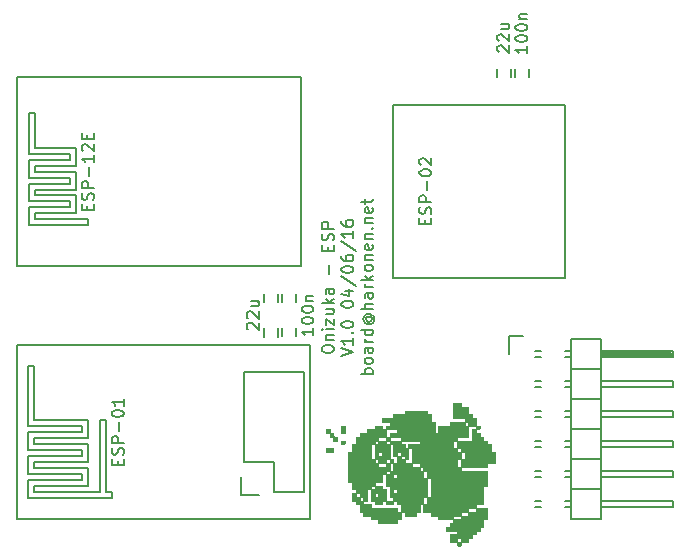
<source format=gto>
G04 #@! TF.FileFunction,Legend,Top*
%FSLAX46Y46*%
G04 Gerber Fmt 4.6, Leading zero omitted, Abs format (unit mm)*
G04 Created by KiCad (PCBNEW (2016-06-01 BZR 6870, Git 0ccd3bb)-product) date 06/04/16 15:12:46*
%MOMM*%
%LPD*%
G01*
G04 APERTURE LIST*
%ADD10C,0.150000*%
%ADD11C,0.010000*%
G04 APERTURE END LIST*
D10*
X41363380Y-44235023D02*
X41363380Y-44044547D01*
X41411000Y-43949309D01*
X41506238Y-43854071D01*
X41696714Y-43806452D01*
X42030047Y-43806452D01*
X42220523Y-43854071D01*
X42315761Y-43949309D01*
X42363380Y-44044547D01*
X42363380Y-44235023D01*
X42315761Y-44330261D01*
X42220523Y-44425500D01*
X42030047Y-44473119D01*
X41696714Y-44473119D01*
X41506238Y-44425500D01*
X41411000Y-44330261D01*
X41363380Y-44235023D01*
X41696714Y-43377880D02*
X42363380Y-43377880D01*
X41791952Y-43377880D02*
X41744333Y-43330261D01*
X41696714Y-43235023D01*
X41696714Y-43092166D01*
X41744333Y-42996928D01*
X41839571Y-42949309D01*
X42363380Y-42949309D01*
X42363380Y-42473119D02*
X41696714Y-42473119D01*
X41363380Y-42473119D02*
X41411000Y-42520738D01*
X41458619Y-42473119D01*
X41411000Y-42425500D01*
X41363380Y-42473119D01*
X41458619Y-42473119D01*
X41696714Y-42092166D02*
X41696714Y-41568357D01*
X42363380Y-42092166D01*
X42363380Y-41568357D01*
X41696714Y-40758833D02*
X42363380Y-40758833D01*
X41696714Y-41187404D02*
X42220523Y-41187404D01*
X42315761Y-41139785D01*
X42363380Y-41044547D01*
X42363380Y-40901690D01*
X42315761Y-40806452D01*
X42268142Y-40758833D01*
X42363380Y-40282642D02*
X41363380Y-40282642D01*
X41982428Y-40187404D02*
X42363380Y-39901690D01*
X41696714Y-39901690D02*
X42077666Y-40282642D01*
X42363380Y-39044547D02*
X41839571Y-39044547D01*
X41744333Y-39092166D01*
X41696714Y-39187404D01*
X41696714Y-39377880D01*
X41744333Y-39473119D01*
X42315761Y-39044547D02*
X42363380Y-39139785D01*
X42363380Y-39377880D01*
X42315761Y-39473119D01*
X42220523Y-39520738D01*
X42125285Y-39520738D01*
X42030047Y-39473119D01*
X41982428Y-39377880D01*
X41982428Y-39139785D01*
X41934809Y-39044547D01*
X41982428Y-37806452D02*
X41982428Y-37044547D01*
X41839571Y-35806452D02*
X41839571Y-35473119D01*
X42363380Y-35330261D02*
X42363380Y-35806452D01*
X41363380Y-35806452D01*
X41363380Y-35330261D01*
X42315761Y-34949309D02*
X42363380Y-34806452D01*
X42363380Y-34568357D01*
X42315761Y-34473119D01*
X42268142Y-34425500D01*
X42172904Y-34377880D01*
X42077666Y-34377880D01*
X41982428Y-34425500D01*
X41934809Y-34473119D01*
X41887190Y-34568357D01*
X41839571Y-34758833D01*
X41791952Y-34854071D01*
X41744333Y-34901690D01*
X41649095Y-34949309D01*
X41553857Y-34949309D01*
X41458619Y-34901690D01*
X41411000Y-34854071D01*
X41363380Y-34758833D01*
X41363380Y-34520738D01*
X41411000Y-34377880D01*
X42363380Y-33949309D02*
X41363380Y-33949309D01*
X41363380Y-33568357D01*
X41411000Y-33473119D01*
X41458619Y-33425500D01*
X41553857Y-33377880D01*
X41696714Y-33377880D01*
X41791952Y-33425500D01*
X41839571Y-33473119D01*
X41887190Y-33568357D01*
X41887190Y-33949309D01*
X43013380Y-44735023D02*
X44013380Y-44401690D01*
X43013380Y-44068357D01*
X44013380Y-43211214D02*
X44013380Y-43782642D01*
X44013380Y-43496928D02*
X43013380Y-43496928D01*
X43156238Y-43592166D01*
X43251476Y-43687404D01*
X43299095Y-43782642D01*
X43918142Y-42782642D02*
X43965761Y-42735023D01*
X44013380Y-42782642D01*
X43965761Y-42830261D01*
X43918142Y-42782642D01*
X44013380Y-42782642D01*
X43013380Y-42115976D02*
X43013380Y-42020738D01*
X43061000Y-41925500D01*
X43108619Y-41877880D01*
X43203857Y-41830261D01*
X43394333Y-41782642D01*
X43632428Y-41782642D01*
X43822904Y-41830261D01*
X43918142Y-41877880D01*
X43965761Y-41925500D01*
X44013380Y-42020738D01*
X44013380Y-42115976D01*
X43965761Y-42211214D01*
X43918142Y-42258833D01*
X43822904Y-42306452D01*
X43632428Y-42354071D01*
X43394333Y-42354071D01*
X43203857Y-42306452D01*
X43108619Y-42258833D01*
X43061000Y-42211214D01*
X43013380Y-42115976D01*
X43013380Y-40401690D02*
X43013380Y-40306452D01*
X43061000Y-40211214D01*
X43108619Y-40163595D01*
X43203857Y-40115976D01*
X43394333Y-40068357D01*
X43632428Y-40068357D01*
X43822904Y-40115976D01*
X43918142Y-40163595D01*
X43965761Y-40211214D01*
X44013380Y-40306452D01*
X44013380Y-40401690D01*
X43965761Y-40496928D01*
X43918142Y-40544547D01*
X43822904Y-40592166D01*
X43632428Y-40639785D01*
X43394333Y-40639785D01*
X43203857Y-40592166D01*
X43108619Y-40544547D01*
X43061000Y-40496928D01*
X43013380Y-40401690D01*
X43346714Y-39211214D02*
X44013380Y-39211214D01*
X42965761Y-39449309D02*
X43680047Y-39687404D01*
X43680047Y-39068357D01*
X42965761Y-37973119D02*
X44251476Y-38830261D01*
X43013380Y-37449309D02*
X43013380Y-37354071D01*
X43061000Y-37258833D01*
X43108619Y-37211214D01*
X43203857Y-37163595D01*
X43394333Y-37115976D01*
X43632428Y-37115976D01*
X43822904Y-37163595D01*
X43918142Y-37211214D01*
X43965761Y-37258833D01*
X44013380Y-37354071D01*
X44013380Y-37449309D01*
X43965761Y-37544547D01*
X43918142Y-37592166D01*
X43822904Y-37639785D01*
X43632428Y-37687404D01*
X43394333Y-37687404D01*
X43203857Y-37639785D01*
X43108619Y-37592166D01*
X43061000Y-37544547D01*
X43013380Y-37449309D01*
X43013380Y-36258833D02*
X43013380Y-36449309D01*
X43061000Y-36544547D01*
X43108619Y-36592166D01*
X43251476Y-36687404D01*
X43441952Y-36735023D01*
X43822904Y-36735023D01*
X43918142Y-36687404D01*
X43965761Y-36639785D01*
X44013380Y-36544547D01*
X44013380Y-36354071D01*
X43965761Y-36258833D01*
X43918142Y-36211214D01*
X43822904Y-36163595D01*
X43584809Y-36163595D01*
X43489571Y-36211214D01*
X43441952Y-36258833D01*
X43394333Y-36354071D01*
X43394333Y-36544547D01*
X43441952Y-36639785D01*
X43489571Y-36687404D01*
X43584809Y-36735023D01*
X42965761Y-35020738D02*
X44251476Y-35877880D01*
X44013380Y-34163595D02*
X44013380Y-34735023D01*
X44013380Y-34449309D02*
X43013380Y-34449309D01*
X43156238Y-34544547D01*
X43251476Y-34639785D01*
X43299095Y-34735023D01*
X43013380Y-33306452D02*
X43013380Y-33496928D01*
X43061000Y-33592166D01*
X43108619Y-33639785D01*
X43251476Y-33735023D01*
X43441952Y-33782642D01*
X43822904Y-33782642D01*
X43918142Y-33735023D01*
X43965761Y-33687404D01*
X44013380Y-33592166D01*
X44013380Y-33401690D01*
X43965761Y-33306452D01*
X43918142Y-33258833D01*
X43822904Y-33211214D01*
X43584809Y-33211214D01*
X43489571Y-33258833D01*
X43441952Y-33306452D01*
X43394333Y-33401690D01*
X43394333Y-33592166D01*
X43441952Y-33687404D01*
X43489571Y-33735023D01*
X43584809Y-33782642D01*
X45663380Y-46258833D02*
X44663380Y-46258833D01*
X45044333Y-46258833D02*
X44996714Y-46163595D01*
X44996714Y-45973119D01*
X45044333Y-45877880D01*
X45091952Y-45830261D01*
X45187190Y-45782642D01*
X45472904Y-45782642D01*
X45568142Y-45830261D01*
X45615761Y-45877880D01*
X45663380Y-45973119D01*
X45663380Y-46163595D01*
X45615761Y-46258833D01*
X45663380Y-45211214D02*
X45615761Y-45306452D01*
X45568142Y-45354071D01*
X45472904Y-45401690D01*
X45187190Y-45401690D01*
X45091952Y-45354071D01*
X45044333Y-45306452D01*
X44996714Y-45211214D01*
X44996714Y-45068357D01*
X45044333Y-44973119D01*
X45091952Y-44925500D01*
X45187190Y-44877880D01*
X45472904Y-44877880D01*
X45568142Y-44925500D01*
X45615761Y-44973119D01*
X45663380Y-45068357D01*
X45663380Y-45211214D01*
X45663380Y-44020738D02*
X45139571Y-44020738D01*
X45044333Y-44068357D01*
X44996714Y-44163595D01*
X44996714Y-44354071D01*
X45044333Y-44449309D01*
X45615761Y-44020738D02*
X45663380Y-44115976D01*
X45663380Y-44354071D01*
X45615761Y-44449309D01*
X45520523Y-44496928D01*
X45425285Y-44496928D01*
X45330047Y-44449309D01*
X45282428Y-44354071D01*
X45282428Y-44115976D01*
X45234809Y-44020738D01*
X45663380Y-43544547D02*
X44996714Y-43544547D01*
X45187190Y-43544547D02*
X45091952Y-43496928D01*
X45044333Y-43449309D01*
X44996714Y-43354071D01*
X44996714Y-43258833D01*
X45663380Y-42496928D02*
X44663380Y-42496928D01*
X45615761Y-42496928D02*
X45663380Y-42592166D01*
X45663380Y-42782642D01*
X45615761Y-42877880D01*
X45568142Y-42925500D01*
X45472904Y-42973119D01*
X45187190Y-42973119D01*
X45091952Y-42925500D01*
X45044333Y-42877880D01*
X44996714Y-42782642D01*
X44996714Y-42592166D01*
X45044333Y-42496928D01*
X45187190Y-41401690D02*
X45139571Y-41449309D01*
X45091952Y-41544547D01*
X45091952Y-41639785D01*
X45139571Y-41735023D01*
X45187190Y-41782642D01*
X45282428Y-41830261D01*
X45377666Y-41830261D01*
X45472904Y-41782642D01*
X45520523Y-41735023D01*
X45568142Y-41639785D01*
X45568142Y-41544547D01*
X45520523Y-41449309D01*
X45472904Y-41401690D01*
X45091952Y-41401690D02*
X45472904Y-41401690D01*
X45520523Y-41354071D01*
X45520523Y-41306452D01*
X45472904Y-41211214D01*
X45377666Y-41163595D01*
X45139571Y-41163595D01*
X44996714Y-41258833D01*
X44901476Y-41401690D01*
X44853857Y-41592166D01*
X44901476Y-41782642D01*
X44996714Y-41925500D01*
X45139571Y-42020738D01*
X45330047Y-42068357D01*
X45520523Y-42020738D01*
X45663380Y-41925500D01*
X45758619Y-41782642D01*
X45806238Y-41592166D01*
X45758619Y-41401690D01*
X45663380Y-41258833D01*
X45663380Y-40735023D02*
X44663380Y-40735023D01*
X45663380Y-40306452D02*
X45139571Y-40306452D01*
X45044333Y-40354071D01*
X44996714Y-40449309D01*
X44996714Y-40592166D01*
X45044333Y-40687404D01*
X45091952Y-40735023D01*
X45663380Y-39401690D02*
X45139571Y-39401690D01*
X45044333Y-39449309D01*
X44996714Y-39544547D01*
X44996714Y-39735023D01*
X45044333Y-39830261D01*
X45615761Y-39401690D02*
X45663380Y-39496928D01*
X45663380Y-39735023D01*
X45615761Y-39830261D01*
X45520523Y-39877880D01*
X45425285Y-39877880D01*
X45330047Y-39830261D01*
X45282428Y-39735023D01*
X45282428Y-39496928D01*
X45234809Y-39401690D01*
X45663380Y-38925500D02*
X44996714Y-38925500D01*
X45187190Y-38925500D02*
X45091952Y-38877880D01*
X45044333Y-38830261D01*
X44996714Y-38735023D01*
X44996714Y-38639785D01*
X45663380Y-38306452D02*
X44663380Y-38306452D01*
X45282428Y-38211214D02*
X45663380Y-37925500D01*
X44996714Y-37925500D02*
X45377666Y-38306452D01*
X45663380Y-37354071D02*
X45615761Y-37449309D01*
X45568142Y-37496928D01*
X45472904Y-37544547D01*
X45187190Y-37544547D01*
X45091952Y-37496928D01*
X45044333Y-37449309D01*
X44996714Y-37354071D01*
X44996714Y-37211214D01*
X45044333Y-37115976D01*
X45091952Y-37068357D01*
X45187190Y-37020738D01*
X45472904Y-37020738D01*
X45568142Y-37068357D01*
X45615761Y-37115976D01*
X45663380Y-37211214D01*
X45663380Y-37354071D01*
X44996714Y-36592166D02*
X45663380Y-36592166D01*
X45091952Y-36592166D02*
X45044333Y-36544547D01*
X44996714Y-36449309D01*
X44996714Y-36306452D01*
X45044333Y-36211214D01*
X45139571Y-36163595D01*
X45663380Y-36163595D01*
X45615761Y-35306452D02*
X45663380Y-35401690D01*
X45663380Y-35592166D01*
X45615761Y-35687404D01*
X45520523Y-35735023D01*
X45139571Y-35735023D01*
X45044333Y-35687404D01*
X44996714Y-35592166D01*
X44996714Y-35401690D01*
X45044333Y-35306452D01*
X45139571Y-35258833D01*
X45234809Y-35258833D01*
X45330047Y-35735023D01*
X44996714Y-34830261D02*
X45663380Y-34830261D01*
X45091952Y-34830261D02*
X45044333Y-34782642D01*
X44996714Y-34687404D01*
X44996714Y-34544547D01*
X45044333Y-34449309D01*
X45139571Y-34401690D01*
X45663380Y-34401690D01*
X45568142Y-33925500D02*
X45615761Y-33877880D01*
X45663380Y-33925500D01*
X45615761Y-33973119D01*
X45568142Y-33925500D01*
X45663380Y-33925500D01*
X44996714Y-33449309D02*
X45663380Y-33449309D01*
X45091952Y-33449309D02*
X45044333Y-33401690D01*
X44996714Y-33306452D01*
X44996714Y-33163595D01*
X45044333Y-33068357D01*
X45139571Y-33020738D01*
X45663380Y-33020738D01*
X45615761Y-32163595D02*
X45663380Y-32258833D01*
X45663380Y-32449309D01*
X45615761Y-32544547D01*
X45520523Y-32592166D01*
X45139571Y-32592166D01*
X45044333Y-32544547D01*
X44996714Y-32449309D01*
X44996714Y-32258833D01*
X45044333Y-32163595D01*
X45139571Y-32115976D01*
X45234809Y-32115976D01*
X45330047Y-32592166D01*
X44996714Y-31830261D02*
X44996714Y-31449309D01*
X44663380Y-31687404D02*
X45520523Y-31687404D01*
X45615761Y-31639785D01*
X45663380Y-31544547D01*
X45663380Y-31449309D01*
X21575500Y-33647500D02*
X16575500Y-33647500D01*
X16575500Y-33647500D02*
X16575500Y-32147500D01*
X16575500Y-32147500D02*
X20075500Y-32147500D01*
X20075500Y-32147500D02*
X20075500Y-31647500D01*
X20075500Y-31647500D02*
X16575500Y-31647500D01*
X16575500Y-31647500D02*
X16575500Y-30147500D01*
X16575500Y-30147500D02*
X20075500Y-30147500D01*
X20075500Y-30147500D02*
X20075500Y-29647500D01*
X20075500Y-29647500D02*
X16575500Y-29647500D01*
X16575500Y-29647500D02*
X16575500Y-28147500D01*
X16575500Y-28147500D02*
X20075500Y-28147500D01*
X20075500Y-28147500D02*
X20075500Y-27647500D01*
X20075500Y-27647500D02*
X16575500Y-27647500D01*
X16575500Y-27647500D02*
X16575500Y-24147500D01*
X16575500Y-24147500D02*
X17075500Y-24147500D01*
X17075500Y-24147500D02*
X17075500Y-27147500D01*
X17075500Y-27147500D02*
X20575500Y-27147500D01*
X20575500Y-27147500D02*
X20575500Y-28647500D01*
X20575500Y-28647500D02*
X17075500Y-28647500D01*
X17075500Y-28647500D02*
X17075500Y-29147500D01*
X17075500Y-29147500D02*
X20575500Y-29147500D01*
X20575500Y-29147500D02*
X20575500Y-30647500D01*
X20575500Y-30647500D02*
X17075500Y-30647500D01*
X17075500Y-30647500D02*
X17075500Y-31147500D01*
X17075500Y-31147500D02*
X20575500Y-31147500D01*
X20575500Y-31147500D02*
X20575500Y-32647500D01*
X20575500Y-32647500D02*
X17075500Y-32647500D01*
X17075500Y-32647500D02*
X17075500Y-33147500D01*
X17075500Y-33147500D02*
X21575500Y-33147500D01*
X21575500Y-33147500D02*
X21575500Y-33647500D01*
X15575500Y-37147500D02*
X15575500Y-21147500D01*
X15575500Y-21147500D02*
X39575500Y-21147500D01*
X39575500Y-21147500D02*
X39575500Y-37147500D01*
X39575500Y-37147500D02*
X15575500Y-37147500D01*
D11*
G36*
X53128333Y-54440667D02*
X55372000Y-54440667D01*
X55372000Y-55710667D01*
X55033333Y-55710667D01*
X55033333Y-57277000D01*
X54398333Y-57277000D01*
X54398333Y-57615667D01*
X55372000Y-57615667D01*
X55372000Y-58547000D01*
X55033333Y-58547000D01*
X55033333Y-59182000D01*
X54885166Y-59182000D01*
X54790300Y-59187127D01*
X54748141Y-59218779D01*
X54737331Y-59301368D01*
X54737000Y-59351334D01*
X54737000Y-59520667D01*
X54567666Y-59520667D01*
X54459248Y-59525153D01*
X54411066Y-59552849D01*
X54398711Y-59625113D01*
X54398333Y-59668834D01*
X54398333Y-57912000D01*
X54398333Y-57615667D01*
X53763333Y-57615667D01*
X53763333Y-57912000D01*
X54398333Y-57912000D01*
X54398333Y-59668834D01*
X54391780Y-59768140D01*
X54354806Y-59808866D01*
X54261444Y-59816982D01*
X54250166Y-59817000D01*
X54155300Y-59822127D01*
X54113141Y-59853779D01*
X54102331Y-59936368D01*
X54102000Y-59986334D01*
X54102000Y-60155667D01*
X53932666Y-60155667D01*
X53824248Y-60160153D01*
X53776066Y-60187849D01*
X53763711Y-60260113D01*
X53763333Y-60303834D01*
X53763333Y-60452000D01*
X53128333Y-60452000D01*
X53128333Y-60621334D01*
X53123847Y-60729752D01*
X53096151Y-60777934D01*
X53023887Y-60790289D01*
X52980166Y-60790667D01*
X52980166Y-60452000D01*
X53079472Y-60445447D01*
X53120198Y-60408474D01*
X53128314Y-60315112D01*
X53128333Y-60303834D01*
X53121780Y-60204528D01*
X53084806Y-60163802D01*
X52991444Y-60155686D01*
X52980166Y-60155667D01*
X52880860Y-60162220D01*
X52840134Y-60199194D01*
X52832018Y-60292556D01*
X52832000Y-60303834D01*
X52838553Y-60403140D01*
X52875526Y-60443866D01*
X52968888Y-60451982D01*
X52980166Y-60452000D01*
X52980166Y-60790667D01*
X52885300Y-60785541D01*
X52843141Y-60753888D01*
X52832331Y-60671300D01*
X52832000Y-60621334D01*
X52832000Y-60452000D01*
X52197000Y-60452000D01*
X52197000Y-59817000D01*
X52832000Y-59817000D01*
X52832000Y-59520667D01*
X51858333Y-59520667D01*
X51858333Y-59182000D01*
X52027666Y-59182000D01*
X52136084Y-59177515D01*
X52184266Y-59149819D01*
X52196621Y-59077554D01*
X52197000Y-59033834D01*
X52203553Y-58934528D01*
X52240526Y-58893802D01*
X52333888Y-58885686D01*
X52345166Y-58885667D01*
X52440032Y-58880541D01*
X52482191Y-58848888D01*
X52493002Y-58766300D01*
X52493333Y-58716334D01*
X52493333Y-58547000D01*
X53128333Y-58547000D01*
X53128333Y-58250667D01*
X53763333Y-58250667D01*
X53763333Y-57912000D01*
X53128333Y-57912000D01*
X53128333Y-58250667D01*
X52832000Y-58250667D01*
X52832000Y-54102000D01*
X53128333Y-54102000D01*
X53128333Y-53467000D01*
X52832000Y-53467000D01*
X52832000Y-54102000D01*
X52832000Y-58250667D01*
X52493333Y-58250667D01*
X52493333Y-58547000D01*
X51223333Y-58547000D01*
X51223333Y-58250667D01*
X50588333Y-58250667D01*
X50588333Y-57912000D01*
X50588333Y-56642000D01*
X50588333Y-55075667D01*
X50292000Y-55075667D01*
X50292000Y-56642000D01*
X50588333Y-56642000D01*
X50588333Y-57912000D01*
X49953333Y-57912000D01*
X49953333Y-57277000D01*
X50292000Y-57277000D01*
X50292000Y-56642000D01*
X49953333Y-56642000D01*
X49953333Y-55075667D01*
X50292000Y-55075667D01*
X50292000Y-54440667D01*
X49953333Y-54440667D01*
X49953333Y-55075667D01*
X49953333Y-56642000D01*
X49953333Y-57277000D01*
X49805166Y-57277000D01*
X49805166Y-54440667D01*
X49953333Y-54440667D01*
X49953333Y-54271334D01*
X49948847Y-54162916D01*
X49921151Y-54114734D01*
X49848887Y-54102379D01*
X49805166Y-54102000D01*
X49705860Y-54095447D01*
X49665134Y-54058474D01*
X49657018Y-53965112D01*
X49657000Y-53953834D01*
X49657000Y-53805667D01*
X49022000Y-53805667D01*
X49022000Y-54102000D01*
X49657000Y-54102000D01*
X49657000Y-54271334D01*
X49661485Y-54379752D01*
X49689181Y-54427934D01*
X49761446Y-54440289D01*
X49805166Y-54440667D01*
X49805166Y-57277000D01*
X49657000Y-57277000D01*
X49657000Y-57912000D01*
X49318333Y-57912000D01*
X49318333Y-58250667D01*
X48387000Y-58250667D01*
X48387000Y-57912000D01*
X48048333Y-57912000D01*
X48048333Y-58547000D01*
X47900166Y-58547000D01*
X47900166Y-57912000D01*
X48048333Y-57912000D01*
X48048333Y-57277000D01*
X47900166Y-57277000D01*
X47800860Y-57270447D01*
X47760134Y-57233474D01*
X47752018Y-57140112D01*
X47752000Y-57128834D01*
X47746873Y-57033968D01*
X47715221Y-56991809D01*
X47632632Y-56980998D01*
X47582666Y-56980667D01*
X47413333Y-56980667D01*
X47413333Y-56811334D01*
X47413333Y-56345667D01*
X47752000Y-56345667D01*
X47752000Y-56007000D01*
X47413333Y-56007000D01*
X47413333Y-55075667D01*
X47752000Y-55075667D01*
X47752000Y-54737000D01*
X47413333Y-54737000D01*
X47413333Y-55075667D01*
X47413333Y-56007000D01*
X47413333Y-56345667D01*
X47413333Y-56811334D01*
X47408847Y-56702916D01*
X47381151Y-56654734D01*
X47308887Y-56642379D01*
X47265166Y-56642000D01*
X47117000Y-56642000D01*
X47117000Y-55710667D01*
X46778333Y-55710667D01*
X46778333Y-54737000D01*
X46947666Y-54737000D01*
X47056084Y-54732515D01*
X47104266Y-54704819D01*
X47116621Y-54632554D01*
X47117000Y-54588834D01*
X47123553Y-54489528D01*
X47160526Y-54448802D01*
X47253888Y-54440686D01*
X47265166Y-54440667D01*
X47413333Y-54440667D01*
X47413333Y-53805667D01*
X47752000Y-53805667D01*
X47752000Y-53170667D01*
X47900166Y-53170667D01*
X47999472Y-53177220D01*
X48040198Y-53214194D01*
X48048314Y-53307556D01*
X48048333Y-53318834D01*
X48053459Y-53413700D01*
X48085112Y-53455859D01*
X48167700Y-53466669D01*
X48217666Y-53467000D01*
X48387000Y-53467000D01*
X48387000Y-53805667D01*
X49022000Y-53805667D01*
X49022000Y-52535667D01*
X48683333Y-52535667D01*
X48683333Y-52197000D01*
X49657000Y-52197000D01*
X49657000Y-51900667D01*
X48048333Y-51900667D01*
X48048333Y-51562000D01*
X47117000Y-51562000D01*
X47117000Y-51265667D01*
X47752000Y-51265667D01*
X47752000Y-50927000D01*
X46778333Y-50927000D01*
X46778333Y-51562000D01*
X46143333Y-51562000D01*
X46143333Y-51731334D01*
X46138847Y-51839752D01*
X46111151Y-51887934D01*
X46038887Y-51900289D01*
X45995166Y-51900667D01*
X45895860Y-51907220D01*
X45855134Y-51944194D01*
X45847018Y-52037556D01*
X45847000Y-52048834D01*
X45841873Y-52143700D01*
X45810221Y-52185859D01*
X45727632Y-52196669D01*
X45677666Y-52197000D01*
X45508333Y-52197000D01*
X45508333Y-53467000D01*
X45847000Y-53467000D01*
X45847000Y-53636334D01*
X45851485Y-53744752D01*
X45879181Y-53792934D01*
X45951446Y-53805289D01*
X45995166Y-53805667D01*
X46094472Y-53812220D01*
X46135198Y-53849194D01*
X46143314Y-53942556D01*
X46143333Y-53953834D01*
X46143333Y-54102000D01*
X46778333Y-54102000D01*
X46778333Y-53953834D01*
X46783459Y-53858968D01*
X46815112Y-53816809D01*
X46897700Y-53805998D01*
X46947666Y-53805667D01*
X47117000Y-53805667D01*
X47117000Y-54440667D01*
X46947666Y-54440667D01*
X46839248Y-54445153D01*
X46791066Y-54472849D01*
X46778711Y-54545113D01*
X46778333Y-54588834D01*
X46771780Y-54688140D01*
X46734806Y-54728866D01*
X46641444Y-54736982D01*
X46630166Y-54737000D01*
X46482000Y-54737000D01*
X46482000Y-55372000D01*
X45847000Y-55372000D01*
X45847000Y-55710667D01*
X45677666Y-55710667D01*
X45569248Y-55715153D01*
X45521066Y-55742849D01*
X45508711Y-55815113D01*
X45508333Y-55858834D01*
X45501780Y-55958140D01*
X45464806Y-55998866D01*
X45371444Y-56006982D01*
X45360166Y-56007000D01*
X45212000Y-56007000D01*
X45212000Y-56980667D01*
X44873333Y-56980667D01*
X44873333Y-56811334D01*
X44868847Y-56702916D01*
X44841151Y-56654734D01*
X44768887Y-56642379D01*
X44725166Y-56642000D01*
X44625860Y-56635447D01*
X44585134Y-56598474D01*
X44577018Y-56505112D01*
X44577000Y-56493834D01*
X44571873Y-56398968D01*
X44540221Y-56356809D01*
X44457632Y-56345998D01*
X44407666Y-56345667D01*
X44299248Y-56350153D01*
X44251066Y-56377849D01*
X44238711Y-56450113D01*
X44238333Y-56493834D01*
X44243459Y-56588700D01*
X44275112Y-56630859D01*
X44357700Y-56641669D01*
X44407666Y-56642000D01*
X44577000Y-56642000D01*
X44577000Y-56811334D01*
X44581485Y-56919752D01*
X44609181Y-56967934D01*
X44681446Y-56980289D01*
X44725166Y-56980667D01*
X44824472Y-56987220D01*
X44865198Y-57024194D01*
X44873314Y-57117556D01*
X44873333Y-57128834D01*
X44873333Y-57277000D01*
X45508333Y-57277000D01*
X45508333Y-57615667D01*
X47752000Y-57615667D01*
X47752000Y-57763834D01*
X47758553Y-57863140D01*
X47795526Y-57903866D01*
X47888888Y-57911982D01*
X47900166Y-57912000D01*
X47900166Y-58547000D01*
X47805300Y-58552127D01*
X47763141Y-58583779D01*
X47752331Y-58666368D01*
X47752000Y-58716334D01*
X47752000Y-58885667D01*
X46143333Y-58885667D01*
X46143333Y-58547000D01*
X45508333Y-58547000D01*
X45508333Y-58250667D01*
X44873333Y-58250667D01*
X44873333Y-58081334D01*
X44868847Y-57972916D01*
X44841151Y-57924734D01*
X44768887Y-57912379D01*
X44725166Y-57912000D01*
X44577000Y-57912000D01*
X44577000Y-57277000D01*
X44407666Y-57277000D01*
X44299248Y-57272515D01*
X44251066Y-57244819D01*
X44238711Y-57172554D01*
X44238333Y-57128834D01*
X44231780Y-57029528D01*
X44194806Y-56988802D01*
X44101444Y-56980686D01*
X44090166Y-56980667D01*
X43942000Y-56980667D01*
X43942000Y-56345667D01*
X44090166Y-56345667D01*
X44185032Y-56340541D01*
X44227191Y-56308888D01*
X44238002Y-56226300D01*
X44238333Y-56176334D01*
X44233847Y-56067916D01*
X44206151Y-56019734D01*
X44133887Y-56007379D01*
X44090166Y-56007000D01*
X43942000Y-56007000D01*
X43942000Y-55372000D01*
X43603333Y-55372000D01*
X43603333Y-52832000D01*
X43942000Y-52832000D01*
X43942000Y-52197000D01*
X44238333Y-52197000D01*
X44238333Y-51562000D01*
X44407666Y-51562000D01*
X44516084Y-51557515D01*
X44564266Y-51529819D01*
X44576621Y-51457554D01*
X44577000Y-51413834D01*
X44577000Y-51265667D01*
X45212000Y-51265667D01*
X45212000Y-50927000D01*
X45847000Y-50927000D01*
X45847000Y-50630667D01*
X46482000Y-50630667D01*
X46482000Y-50778834D01*
X46488553Y-50878140D01*
X46525526Y-50918866D01*
X46618888Y-50926982D01*
X46630166Y-50927000D01*
X46729472Y-50920447D01*
X46770198Y-50883474D01*
X46778314Y-50790112D01*
X46778333Y-50778834D01*
X46783459Y-50683968D01*
X46815112Y-50641809D01*
X46897700Y-50630998D01*
X46947666Y-50630667D01*
X47117000Y-50630667D01*
X47117000Y-50292000D01*
X46482000Y-50292000D01*
X46482000Y-49995667D01*
X47413333Y-49995667D01*
X47413333Y-49657000D01*
X48387000Y-49657000D01*
X48387000Y-49360667D01*
X50292000Y-49360667D01*
X50292000Y-49508834D01*
X50298553Y-49608140D01*
X50335526Y-49648866D01*
X50428888Y-49656982D01*
X50440166Y-49657000D01*
X50588333Y-49657000D01*
X50588333Y-50292000D01*
X50927000Y-50292000D01*
X50927000Y-51265667D01*
X51223333Y-51265667D01*
X51223333Y-50630667D01*
X52197000Y-50630667D01*
X52197000Y-50292000D01*
X53467000Y-50292000D01*
X53467000Y-49995667D01*
X52493333Y-49995667D01*
X52493333Y-48725667D01*
X53128333Y-48725667D01*
X53128333Y-49022000D01*
X53763333Y-49022000D01*
X53763333Y-49657000D01*
X54102000Y-49657000D01*
X54102000Y-49826334D01*
X54106485Y-49934752D01*
X54134181Y-49982934D01*
X54206446Y-49995289D01*
X54250166Y-49995667D01*
X54398333Y-49995667D01*
X54398333Y-50630667D01*
X54567666Y-50630667D01*
X54676084Y-50635153D01*
X54724266Y-50662849D01*
X54736621Y-50735113D01*
X54737000Y-50778834D01*
X54731873Y-50873700D01*
X54700221Y-50915859D01*
X54617632Y-50926669D01*
X54567666Y-50927000D01*
X54398333Y-50927000D01*
X54398333Y-51265667D01*
X54567666Y-51265667D01*
X54676084Y-51270153D01*
X54724266Y-51297849D01*
X54736621Y-51370113D01*
X54737000Y-51413834D01*
X54743553Y-51513140D01*
X54780526Y-51553866D01*
X54873888Y-51561982D01*
X54885166Y-51562000D01*
X54980032Y-51567127D01*
X55022191Y-51598779D01*
X55033002Y-51681368D01*
X55033333Y-51731334D01*
X55033333Y-51900667D01*
X55202666Y-51900667D01*
X55311084Y-51905153D01*
X55359266Y-51932849D01*
X55371621Y-52005113D01*
X55372000Y-52048834D01*
X55378553Y-52148140D01*
X55415526Y-52188866D01*
X55508888Y-52196982D01*
X55520166Y-52197000D01*
X55668333Y-52197000D01*
X55668333Y-52832000D01*
X56007000Y-52832000D01*
X56007000Y-53805667D01*
X55372000Y-53805667D01*
X55372000Y-54102000D01*
X53467000Y-54102000D01*
X53467000Y-53467000D01*
X53467000Y-52832000D01*
X53297666Y-52832000D01*
X53189248Y-52827515D01*
X53141066Y-52799819D01*
X53128711Y-52727554D01*
X53128333Y-52683834D01*
X53121780Y-52584528D01*
X53084806Y-52543802D01*
X52991444Y-52535686D01*
X52980166Y-52535667D01*
X52832000Y-52535667D01*
X52832000Y-51900667D01*
X54102000Y-51900667D01*
X54102000Y-50927000D01*
X54250166Y-50927000D01*
X54349472Y-50920447D01*
X54390198Y-50883474D01*
X54398314Y-50790112D01*
X54398333Y-50778834D01*
X54398333Y-50630667D01*
X53763333Y-50630667D01*
X53763333Y-51562000D01*
X53615166Y-51562000D01*
X53615166Y-50630667D01*
X53763333Y-50630667D01*
X53763333Y-50461334D01*
X53758847Y-50352916D01*
X53731151Y-50304734D01*
X53658887Y-50292379D01*
X53615166Y-50292000D01*
X53520300Y-50297127D01*
X53478141Y-50328779D01*
X53467331Y-50411368D01*
X53467000Y-50461334D01*
X53471485Y-50569752D01*
X53499181Y-50617934D01*
X53571446Y-50630289D01*
X53615166Y-50630667D01*
X53615166Y-51562000D01*
X52832000Y-51562000D01*
X52832000Y-51900667D01*
X52493333Y-51900667D01*
X52493333Y-52535667D01*
X52662666Y-52535667D01*
X52771084Y-52540153D01*
X52819266Y-52567849D01*
X52831621Y-52640113D01*
X52832000Y-52683834D01*
X52838553Y-52783140D01*
X52875526Y-52823866D01*
X52968888Y-52831982D01*
X52980166Y-52832000D01*
X53128333Y-52832000D01*
X53128333Y-53467000D01*
X53467000Y-53467000D01*
X53467000Y-54102000D01*
X53128333Y-54102000D01*
X53128333Y-54440667D01*
X53128333Y-54440667D01*
G37*
X53128333Y-54440667D02*
X55372000Y-54440667D01*
X55372000Y-55710667D01*
X55033333Y-55710667D01*
X55033333Y-57277000D01*
X54398333Y-57277000D01*
X54398333Y-57615667D01*
X55372000Y-57615667D01*
X55372000Y-58547000D01*
X55033333Y-58547000D01*
X55033333Y-59182000D01*
X54885166Y-59182000D01*
X54790300Y-59187127D01*
X54748141Y-59218779D01*
X54737331Y-59301368D01*
X54737000Y-59351334D01*
X54737000Y-59520667D01*
X54567666Y-59520667D01*
X54459248Y-59525153D01*
X54411066Y-59552849D01*
X54398711Y-59625113D01*
X54398333Y-59668834D01*
X54398333Y-57912000D01*
X54398333Y-57615667D01*
X53763333Y-57615667D01*
X53763333Y-57912000D01*
X54398333Y-57912000D01*
X54398333Y-59668834D01*
X54391780Y-59768140D01*
X54354806Y-59808866D01*
X54261444Y-59816982D01*
X54250166Y-59817000D01*
X54155300Y-59822127D01*
X54113141Y-59853779D01*
X54102331Y-59936368D01*
X54102000Y-59986334D01*
X54102000Y-60155667D01*
X53932666Y-60155667D01*
X53824248Y-60160153D01*
X53776066Y-60187849D01*
X53763711Y-60260113D01*
X53763333Y-60303834D01*
X53763333Y-60452000D01*
X53128333Y-60452000D01*
X53128333Y-60621334D01*
X53123847Y-60729752D01*
X53096151Y-60777934D01*
X53023887Y-60790289D01*
X52980166Y-60790667D01*
X52980166Y-60452000D01*
X53079472Y-60445447D01*
X53120198Y-60408474D01*
X53128314Y-60315112D01*
X53128333Y-60303834D01*
X53121780Y-60204528D01*
X53084806Y-60163802D01*
X52991444Y-60155686D01*
X52980166Y-60155667D01*
X52880860Y-60162220D01*
X52840134Y-60199194D01*
X52832018Y-60292556D01*
X52832000Y-60303834D01*
X52838553Y-60403140D01*
X52875526Y-60443866D01*
X52968888Y-60451982D01*
X52980166Y-60452000D01*
X52980166Y-60790667D01*
X52885300Y-60785541D01*
X52843141Y-60753888D01*
X52832331Y-60671300D01*
X52832000Y-60621334D01*
X52832000Y-60452000D01*
X52197000Y-60452000D01*
X52197000Y-59817000D01*
X52832000Y-59817000D01*
X52832000Y-59520667D01*
X51858333Y-59520667D01*
X51858333Y-59182000D01*
X52027666Y-59182000D01*
X52136084Y-59177515D01*
X52184266Y-59149819D01*
X52196621Y-59077554D01*
X52197000Y-59033834D01*
X52203553Y-58934528D01*
X52240526Y-58893802D01*
X52333888Y-58885686D01*
X52345166Y-58885667D01*
X52440032Y-58880541D01*
X52482191Y-58848888D01*
X52493002Y-58766300D01*
X52493333Y-58716334D01*
X52493333Y-58547000D01*
X53128333Y-58547000D01*
X53128333Y-58250667D01*
X53763333Y-58250667D01*
X53763333Y-57912000D01*
X53128333Y-57912000D01*
X53128333Y-58250667D01*
X52832000Y-58250667D01*
X52832000Y-54102000D01*
X53128333Y-54102000D01*
X53128333Y-53467000D01*
X52832000Y-53467000D01*
X52832000Y-54102000D01*
X52832000Y-58250667D01*
X52493333Y-58250667D01*
X52493333Y-58547000D01*
X51223333Y-58547000D01*
X51223333Y-58250667D01*
X50588333Y-58250667D01*
X50588333Y-57912000D01*
X50588333Y-56642000D01*
X50588333Y-55075667D01*
X50292000Y-55075667D01*
X50292000Y-56642000D01*
X50588333Y-56642000D01*
X50588333Y-57912000D01*
X49953333Y-57912000D01*
X49953333Y-57277000D01*
X50292000Y-57277000D01*
X50292000Y-56642000D01*
X49953333Y-56642000D01*
X49953333Y-55075667D01*
X50292000Y-55075667D01*
X50292000Y-54440667D01*
X49953333Y-54440667D01*
X49953333Y-55075667D01*
X49953333Y-56642000D01*
X49953333Y-57277000D01*
X49805166Y-57277000D01*
X49805166Y-54440667D01*
X49953333Y-54440667D01*
X49953333Y-54271334D01*
X49948847Y-54162916D01*
X49921151Y-54114734D01*
X49848887Y-54102379D01*
X49805166Y-54102000D01*
X49705860Y-54095447D01*
X49665134Y-54058474D01*
X49657018Y-53965112D01*
X49657000Y-53953834D01*
X49657000Y-53805667D01*
X49022000Y-53805667D01*
X49022000Y-54102000D01*
X49657000Y-54102000D01*
X49657000Y-54271334D01*
X49661485Y-54379752D01*
X49689181Y-54427934D01*
X49761446Y-54440289D01*
X49805166Y-54440667D01*
X49805166Y-57277000D01*
X49657000Y-57277000D01*
X49657000Y-57912000D01*
X49318333Y-57912000D01*
X49318333Y-58250667D01*
X48387000Y-58250667D01*
X48387000Y-57912000D01*
X48048333Y-57912000D01*
X48048333Y-58547000D01*
X47900166Y-58547000D01*
X47900166Y-57912000D01*
X48048333Y-57912000D01*
X48048333Y-57277000D01*
X47900166Y-57277000D01*
X47800860Y-57270447D01*
X47760134Y-57233474D01*
X47752018Y-57140112D01*
X47752000Y-57128834D01*
X47746873Y-57033968D01*
X47715221Y-56991809D01*
X47632632Y-56980998D01*
X47582666Y-56980667D01*
X47413333Y-56980667D01*
X47413333Y-56811334D01*
X47413333Y-56345667D01*
X47752000Y-56345667D01*
X47752000Y-56007000D01*
X47413333Y-56007000D01*
X47413333Y-55075667D01*
X47752000Y-55075667D01*
X47752000Y-54737000D01*
X47413333Y-54737000D01*
X47413333Y-55075667D01*
X47413333Y-56007000D01*
X47413333Y-56345667D01*
X47413333Y-56811334D01*
X47408847Y-56702916D01*
X47381151Y-56654734D01*
X47308887Y-56642379D01*
X47265166Y-56642000D01*
X47117000Y-56642000D01*
X47117000Y-55710667D01*
X46778333Y-55710667D01*
X46778333Y-54737000D01*
X46947666Y-54737000D01*
X47056084Y-54732515D01*
X47104266Y-54704819D01*
X47116621Y-54632554D01*
X47117000Y-54588834D01*
X47123553Y-54489528D01*
X47160526Y-54448802D01*
X47253888Y-54440686D01*
X47265166Y-54440667D01*
X47413333Y-54440667D01*
X47413333Y-53805667D01*
X47752000Y-53805667D01*
X47752000Y-53170667D01*
X47900166Y-53170667D01*
X47999472Y-53177220D01*
X48040198Y-53214194D01*
X48048314Y-53307556D01*
X48048333Y-53318834D01*
X48053459Y-53413700D01*
X48085112Y-53455859D01*
X48167700Y-53466669D01*
X48217666Y-53467000D01*
X48387000Y-53467000D01*
X48387000Y-53805667D01*
X49022000Y-53805667D01*
X49022000Y-52535667D01*
X48683333Y-52535667D01*
X48683333Y-52197000D01*
X49657000Y-52197000D01*
X49657000Y-51900667D01*
X48048333Y-51900667D01*
X48048333Y-51562000D01*
X47117000Y-51562000D01*
X47117000Y-51265667D01*
X47752000Y-51265667D01*
X47752000Y-50927000D01*
X46778333Y-50927000D01*
X46778333Y-51562000D01*
X46143333Y-51562000D01*
X46143333Y-51731334D01*
X46138847Y-51839752D01*
X46111151Y-51887934D01*
X46038887Y-51900289D01*
X45995166Y-51900667D01*
X45895860Y-51907220D01*
X45855134Y-51944194D01*
X45847018Y-52037556D01*
X45847000Y-52048834D01*
X45841873Y-52143700D01*
X45810221Y-52185859D01*
X45727632Y-52196669D01*
X45677666Y-52197000D01*
X45508333Y-52197000D01*
X45508333Y-53467000D01*
X45847000Y-53467000D01*
X45847000Y-53636334D01*
X45851485Y-53744752D01*
X45879181Y-53792934D01*
X45951446Y-53805289D01*
X45995166Y-53805667D01*
X46094472Y-53812220D01*
X46135198Y-53849194D01*
X46143314Y-53942556D01*
X46143333Y-53953834D01*
X46143333Y-54102000D01*
X46778333Y-54102000D01*
X46778333Y-53953834D01*
X46783459Y-53858968D01*
X46815112Y-53816809D01*
X46897700Y-53805998D01*
X46947666Y-53805667D01*
X47117000Y-53805667D01*
X47117000Y-54440667D01*
X46947666Y-54440667D01*
X46839248Y-54445153D01*
X46791066Y-54472849D01*
X46778711Y-54545113D01*
X46778333Y-54588834D01*
X46771780Y-54688140D01*
X46734806Y-54728866D01*
X46641444Y-54736982D01*
X46630166Y-54737000D01*
X46482000Y-54737000D01*
X46482000Y-55372000D01*
X45847000Y-55372000D01*
X45847000Y-55710667D01*
X45677666Y-55710667D01*
X45569248Y-55715153D01*
X45521066Y-55742849D01*
X45508711Y-55815113D01*
X45508333Y-55858834D01*
X45501780Y-55958140D01*
X45464806Y-55998866D01*
X45371444Y-56006982D01*
X45360166Y-56007000D01*
X45212000Y-56007000D01*
X45212000Y-56980667D01*
X44873333Y-56980667D01*
X44873333Y-56811334D01*
X44868847Y-56702916D01*
X44841151Y-56654734D01*
X44768887Y-56642379D01*
X44725166Y-56642000D01*
X44625860Y-56635447D01*
X44585134Y-56598474D01*
X44577018Y-56505112D01*
X44577000Y-56493834D01*
X44571873Y-56398968D01*
X44540221Y-56356809D01*
X44457632Y-56345998D01*
X44407666Y-56345667D01*
X44299248Y-56350153D01*
X44251066Y-56377849D01*
X44238711Y-56450113D01*
X44238333Y-56493834D01*
X44243459Y-56588700D01*
X44275112Y-56630859D01*
X44357700Y-56641669D01*
X44407666Y-56642000D01*
X44577000Y-56642000D01*
X44577000Y-56811334D01*
X44581485Y-56919752D01*
X44609181Y-56967934D01*
X44681446Y-56980289D01*
X44725166Y-56980667D01*
X44824472Y-56987220D01*
X44865198Y-57024194D01*
X44873314Y-57117556D01*
X44873333Y-57128834D01*
X44873333Y-57277000D01*
X45508333Y-57277000D01*
X45508333Y-57615667D01*
X47752000Y-57615667D01*
X47752000Y-57763834D01*
X47758553Y-57863140D01*
X47795526Y-57903866D01*
X47888888Y-57911982D01*
X47900166Y-57912000D01*
X47900166Y-58547000D01*
X47805300Y-58552127D01*
X47763141Y-58583779D01*
X47752331Y-58666368D01*
X47752000Y-58716334D01*
X47752000Y-58885667D01*
X46143333Y-58885667D01*
X46143333Y-58547000D01*
X45508333Y-58547000D01*
X45508333Y-58250667D01*
X44873333Y-58250667D01*
X44873333Y-58081334D01*
X44868847Y-57972916D01*
X44841151Y-57924734D01*
X44768887Y-57912379D01*
X44725166Y-57912000D01*
X44577000Y-57912000D01*
X44577000Y-57277000D01*
X44407666Y-57277000D01*
X44299248Y-57272515D01*
X44251066Y-57244819D01*
X44238711Y-57172554D01*
X44238333Y-57128834D01*
X44231780Y-57029528D01*
X44194806Y-56988802D01*
X44101444Y-56980686D01*
X44090166Y-56980667D01*
X43942000Y-56980667D01*
X43942000Y-56345667D01*
X44090166Y-56345667D01*
X44185032Y-56340541D01*
X44227191Y-56308888D01*
X44238002Y-56226300D01*
X44238333Y-56176334D01*
X44233847Y-56067916D01*
X44206151Y-56019734D01*
X44133887Y-56007379D01*
X44090166Y-56007000D01*
X43942000Y-56007000D01*
X43942000Y-55372000D01*
X43603333Y-55372000D01*
X43603333Y-52832000D01*
X43942000Y-52832000D01*
X43942000Y-52197000D01*
X44238333Y-52197000D01*
X44238333Y-51562000D01*
X44407666Y-51562000D01*
X44516084Y-51557515D01*
X44564266Y-51529819D01*
X44576621Y-51457554D01*
X44577000Y-51413834D01*
X44577000Y-51265667D01*
X45212000Y-51265667D01*
X45212000Y-50927000D01*
X45847000Y-50927000D01*
X45847000Y-50630667D01*
X46482000Y-50630667D01*
X46482000Y-50778834D01*
X46488553Y-50878140D01*
X46525526Y-50918866D01*
X46618888Y-50926982D01*
X46630166Y-50927000D01*
X46729472Y-50920447D01*
X46770198Y-50883474D01*
X46778314Y-50790112D01*
X46778333Y-50778834D01*
X46783459Y-50683968D01*
X46815112Y-50641809D01*
X46897700Y-50630998D01*
X46947666Y-50630667D01*
X47117000Y-50630667D01*
X47117000Y-50292000D01*
X46482000Y-50292000D01*
X46482000Y-49995667D01*
X47413333Y-49995667D01*
X47413333Y-49657000D01*
X48387000Y-49657000D01*
X48387000Y-49360667D01*
X50292000Y-49360667D01*
X50292000Y-49508834D01*
X50298553Y-49608140D01*
X50335526Y-49648866D01*
X50428888Y-49656982D01*
X50440166Y-49657000D01*
X50588333Y-49657000D01*
X50588333Y-50292000D01*
X50927000Y-50292000D01*
X50927000Y-51265667D01*
X51223333Y-51265667D01*
X51223333Y-50630667D01*
X52197000Y-50630667D01*
X52197000Y-50292000D01*
X53467000Y-50292000D01*
X53467000Y-49995667D01*
X52493333Y-49995667D01*
X52493333Y-48725667D01*
X53128333Y-48725667D01*
X53128333Y-49022000D01*
X53763333Y-49022000D01*
X53763333Y-49657000D01*
X54102000Y-49657000D01*
X54102000Y-49826334D01*
X54106485Y-49934752D01*
X54134181Y-49982934D01*
X54206446Y-49995289D01*
X54250166Y-49995667D01*
X54398333Y-49995667D01*
X54398333Y-50630667D01*
X54567666Y-50630667D01*
X54676084Y-50635153D01*
X54724266Y-50662849D01*
X54736621Y-50735113D01*
X54737000Y-50778834D01*
X54731873Y-50873700D01*
X54700221Y-50915859D01*
X54617632Y-50926669D01*
X54567666Y-50927000D01*
X54398333Y-50927000D01*
X54398333Y-51265667D01*
X54567666Y-51265667D01*
X54676084Y-51270153D01*
X54724266Y-51297849D01*
X54736621Y-51370113D01*
X54737000Y-51413834D01*
X54743553Y-51513140D01*
X54780526Y-51553866D01*
X54873888Y-51561982D01*
X54885166Y-51562000D01*
X54980032Y-51567127D01*
X55022191Y-51598779D01*
X55033002Y-51681368D01*
X55033333Y-51731334D01*
X55033333Y-51900667D01*
X55202666Y-51900667D01*
X55311084Y-51905153D01*
X55359266Y-51932849D01*
X55371621Y-52005113D01*
X55372000Y-52048834D01*
X55378553Y-52148140D01*
X55415526Y-52188866D01*
X55508888Y-52196982D01*
X55520166Y-52197000D01*
X55668333Y-52197000D01*
X55668333Y-52832000D01*
X56007000Y-52832000D01*
X56007000Y-53805667D01*
X55372000Y-53805667D01*
X55372000Y-54102000D01*
X53467000Y-54102000D01*
X53467000Y-53467000D01*
X53467000Y-52832000D01*
X53297666Y-52832000D01*
X53189248Y-52827515D01*
X53141066Y-52799819D01*
X53128711Y-52727554D01*
X53128333Y-52683834D01*
X53121780Y-52584528D01*
X53084806Y-52543802D01*
X52991444Y-52535686D01*
X52980166Y-52535667D01*
X52832000Y-52535667D01*
X52832000Y-51900667D01*
X54102000Y-51900667D01*
X54102000Y-50927000D01*
X54250166Y-50927000D01*
X54349472Y-50920447D01*
X54390198Y-50883474D01*
X54398314Y-50790112D01*
X54398333Y-50778834D01*
X54398333Y-50630667D01*
X53763333Y-50630667D01*
X53763333Y-51562000D01*
X53615166Y-51562000D01*
X53615166Y-50630667D01*
X53763333Y-50630667D01*
X53763333Y-50461334D01*
X53758847Y-50352916D01*
X53731151Y-50304734D01*
X53658887Y-50292379D01*
X53615166Y-50292000D01*
X53520300Y-50297127D01*
X53478141Y-50328779D01*
X53467331Y-50411368D01*
X53467000Y-50461334D01*
X53471485Y-50569752D01*
X53499181Y-50617934D01*
X53571446Y-50630289D01*
X53615166Y-50630667D01*
X53615166Y-51562000D01*
X52832000Y-51562000D01*
X52832000Y-51900667D01*
X52493333Y-51900667D01*
X52493333Y-52535667D01*
X52662666Y-52535667D01*
X52771084Y-52540153D01*
X52819266Y-52567849D01*
X52831621Y-52640113D01*
X52832000Y-52683834D01*
X52838553Y-52783140D01*
X52875526Y-52823866D01*
X52968888Y-52831982D01*
X52980166Y-52832000D01*
X53128333Y-52832000D01*
X53128333Y-53467000D01*
X53467000Y-53467000D01*
X53467000Y-54102000D01*
X53128333Y-54102000D01*
X53128333Y-54440667D01*
G36*
X42973459Y-51953968D02*
X43005112Y-51911809D01*
X43087700Y-51900998D01*
X43137666Y-51900667D01*
X43246084Y-51905153D01*
X43294266Y-51932849D01*
X43306621Y-52005113D01*
X43307000Y-52048834D01*
X43301873Y-52143700D01*
X43270221Y-52185859D01*
X43187632Y-52196669D01*
X43137666Y-52197000D01*
X43029248Y-52192515D01*
X42981066Y-52164819D01*
X42968711Y-52092554D01*
X42968333Y-52048834D01*
X42973459Y-51953968D01*
X42973459Y-51953968D01*
G37*
X42973459Y-51953968D02*
X43005112Y-51911809D01*
X43087700Y-51900998D01*
X43137666Y-51900667D01*
X43246084Y-51905153D01*
X43294266Y-51932849D01*
X43306621Y-52005113D01*
X43307000Y-52048834D01*
X43301873Y-52143700D01*
X43270221Y-52185859D01*
X43187632Y-52196669D01*
X43137666Y-52197000D01*
X43029248Y-52192515D01*
X42981066Y-52164819D01*
X42968711Y-52092554D01*
X42968333Y-52048834D01*
X42973459Y-51953968D01*
G36*
X43307000Y-50630667D02*
X43307000Y-51265667D01*
X42968333Y-51265667D01*
X42968333Y-50630667D01*
X43307000Y-50630667D01*
X43307000Y-50630667D01*
G37*
X43307000Y-50630667D02*
X43307000Y-51265667D01*
X42968333Y-51265667D01*
X42968333Y-50630667D01*
X43307000Y-50630667D01*
G36*
X42037000Y-50927000D02*
X42037000Y-51096334D01*
X42041485Y-51204752D01*
X42069181Y-51252934D01*
X42141446Y-51265289D01*
X42185166Y-51265667D01*
X42284472Y-51272220D01*
X42325198Y-51309194D01*
X42333314Y-51402556D01*
X42333333Y-51413834D01*
X42338459Y-51508700D01*
X42370112Y-51550859D01*
X42452700Y-51561669D01*
X42502666Y-51562000D01*
X42672000Y-51562000D01*
X42672000Y-51900667D01*
X42333333Y-51900667D01*
X42333333Y-51731334D01*
X42328847Y-51622916D01*
X42301151Y-51574734D01*
X42228887Y-51562379D01*
X42185166Y-51562000D01*
X42085860Y-51555447D01*
X42045134Y-51518474D01*
X42037018Y-51425112D01*
X42037000Y-51413834D01*
X42031873Y-51318968D01*
X42000221Y-51276809D01*
X41917632Y-51265998D01*
X41867666Y-51265667D01*
X41698333Y-51265667D01*
X41698333Y-50927000D01*
X42037000Y-50927000D01*
X42037000Y-50927000D01*
G37*
X42037000Y-50927000D02*
X42037000Y-51096334D01*
X42041485Y-51204752D01*
X42069181Y-51252934D01*
X42141446Y-51265289D01*
X42185166Y-51265667D01*
X42284472Y-51272220D01*
X42325198Y-51309194D01*
X42333314Y-51402556D01*
X42333333Y-51413834D01*
X42338459Y-51508700D01*
X42370112Y-51550859D01*
X42452700Y-51561669D01*
X42502666Y-51562000D01*
X42672000Y-51562000D01*
X42672000Y-51900667D01*
X42333333Y-51900667D01*
X42333333Y-51731334D01*
X42328847Y-51622916D01*
X42301151Y-51574734D01*
X42228887Y-51562379D01*
X42185166Y-51562000D01*
X42085860Y-51555447D01*
X42045134Y-51518474D01*
X42037018Y-51425112D01*
X42037000Y-51413834D01*
X42031873Y-51318968D01*
X42000221Y-51276809D01*
X41917632Y-51265998D01*
X41867666Y-51265667D01*
X41698333Y-51265667D01*
X41698333Y-50927000D01*
X42037000Y-50927000D01*
G36*
X42333333Y-52535667D02*
X42333333Y-52832000D01*
X41698333Y-52832000D01*
X41698333Y-52535667D01*
X42333333Y-52535667D01*
X42333333Y-52535667D01*
G37*
X42333333Y-52535667D02*
X42333333Y-52832000D01*
X41698333Y-52832000D01*
X41698333Y-52535667D01*
X42333333Y-52535667D01*
G36*
X47265166Y-53467000D02*
X47360032Y-53472127D01*
X47402191Y-53503779D01*
X47413002Y-53586368D01*
X47413333Y-53636334D01*
X47408847Y-53744752D01*
X47381151Y-53792934D01*
X47308887Y-53805289D01*
X47265166Y-53805667D01*
X47170300Y-53800541D01*
X47128141Y-53768888D01*
X47117331Y-53686300D01*
X47117000Y-53636334D01*
X47117000Y-53467000D01*
X47265166Y-53467000D01*
X47265166Y-53467000D01*
G37*
X47265166Y-53467000D02*
X47360032Y-53472127D01*
X47402191Y-53503779D01*
X47413002Y-53586368D01*
X47413333Y-53636334D01*
X47408847Y-53744752D01*
X47381151Y-53792934D01*
X47308887Y-53805289D01*
X47265166Y-53805667D01*
X47170300Y-53800541D01*
X47128141Y-53768888D01*
X47117331Y-53686300D01*
X47117000Y-53636334D01*
X47117000Y-53467000D01*
X47265166Y-53467000D01*
G36*
X46778333Y-53467000D02*
X46778333Y-53805667D01*
X46143333Y-53805667D01*
X46143333Y-53636334D01*
X46143333Y-53170667D01*
X46482000Y-53170667D01*
X46482000Y-52832000D01*
X46143333Y-52832000D01*
X46143333Y-53170667D01*
X46143333Y-53636334D01*
X46138847Y-53527916D01*
X46111151Y-53479734D01*
X46038887Y-53467379D01*
X45995166Y-53467000D01*
X45847000Y-53467000D01*
X45847000Y-52197000D01*
X45995166Y-52197000D01*
X46094472Y-52190447D01*
X46135198Y-52153474D01*
X46143314Y-52060112D01*
X46143333Y-52048834D01*
X46143333Y-51900667D01*
X46778333Y-51900667D01*
X46778333Y-51562000D01*
X47117000Y-51562000D01*
X47117000Y-51900667D01*
X48048333Y-51900667D01*
X48048333Y-52048834D01*
X48053459Y-52143700D01*
X48085112Y-52185859D01*
X48167700Y-52196669D01*
X48217666Y-52197000D01*
X48387000Y-52197000D01*
X48387000Y-52366334D01*
X48391485Y-52474752D01*
X48419181Y-52522934D01*
X48491446Y-52535289D01*
X48535166Y-52535667D01*
X48683333Y-52535667D01*
X48683333Y-53467000D01*
X48535166Y-53467000D01*
X48435860Y-53460447D01*
X48395134Y-53423474D01*
X48387018Y-53330112D01*
X48387000Y-53318834D01*
X48381873Y-53223968D01*
X48350221Y-53181809D01*
X48267632Y-53170998D01*
X48217666Y-53170667D01*
X48048333Y-53170667D01*
X48048333Y-53001334D01*
X48043847Y-52892916D01*
X48016151Y-52844734D01*
X47943887Y-52832379D01*
X47900166Y-52832000D01*
X47805300Y-52837127D01*
X47763141Y-52868779D01*
X47752331Y-52951368D01*
X47752000Y-53001334D01*
X47752000Y-53170667D01*
X47413333Y-53170667D01*
X47413333Y-52197000D01*
X47117000Y-52197000D01*
X47117000Y-53467000D01*
X46947666Y-53467000D01*
X46947666Y-52197000D01*
X47056084Y-52192515D01*
X47104266Y-52164819D01*
X47116621Y-52092554D01*
X47117000Y-52048834D01*
X47111873Y-51953968D01*
X47080221Y-51911809D01*
X46997632Y-51900998D01*
X46947666Y-51900667D01*
X46839248Y-51905153D01*
X46791066Y-51932849D01*
X46778711Y-52005113D01*
X46778333Y-52048834D01*
X46783459Y-52143700D01*
X46815112Y-52185859D01*
X46897700Y-52196669D01*
X46947666Y-52197000D01*
X46947666Y-53467000D01*
X46778333Y-53467000D01*
X46778333Y-53467000D01*
G37*
X46778333Y-53467000D02*
X46778333Y-53805667D01*
X46143333Y-53805667D01*
X46143333Y-53636334D01*
X46143333Y-53170667D01*
X46482000Y-53170667D01*
X46482000Y-52832000D01*
X46143333Y-52832000D01*
X46143333Y-53170667D01*
X46143333Y-53636334D01*
X46138847Y-53527916D01*
X46111151Y-53479734D01*
X46038887Y-53467379D01*
X45995166Y-53467000D01*
X45847000Y-53467000D01*
X45847000Y-52197000D01*
X45995166Y-52197000D01*
X46094472Y-52190447D01*
X46135198Y-52153474D01*
X46143314Y-52060112D01*
X46143333Y-52048834D01*
X46143333Y-51900667D01*
X46778333Y-51900667D01*
X46778333Y-51562000D01*
X47117000Y-51562000D01*
X47117000Y-51900667D01*
X48048333Y-51900667D01*
X48048333Y-52048834D01*
X48053459Y-52143700D01*
X48085112Y-52185859D01*
X48167700Y-52196669D01*
X48217666Y-52197000D01*
X48387000Y-52197000D01*
X48387000Y-52366334D01*
X48391485Y-52474752D01*
X48419181Y-52522934D01*
X48491446Y-52535289D01*
X48535166Y-52535667D01*
X48683333Y-52535667D01*
X48683333Y-53467000D01*
X48535166Y-53467000D01*
X48435860Y-53460447D01*
X48395134Y-53423474D01*
X48387018Y-53330112D01*
X48387000Y-53318834D01*
X48381873Y-53223968D01*
X48350221Y-53181809D01*
X48267632Y-53170998D01*
X48217666Y-53170667D01*
X48048333Y-53170667D01*
X48048333Y-53001334D01*
X48043847Y-52892916D01*
X48016151Y-52844734D01*
X47943887Y-52832379D01*
X47900166Y-52832000D01*
X47805300Y-52837127D01*
X47763141Y-52868779D01*
X47752331Y-52951368D01*
X47752000Y-53001334D01*
X47752000Y-53170667D01*
X47413333Y-53170667D01*
X47413333Y-52197000D01*
X47117000Y-52197000D01*
X47117000Y-53467000D01*
X46947666Y-53467000D01*
X46947666Y-52197000D01*
X47056084Y-52192515D01*
X47104266Y-52164819D01*
X47116621Y-52092554D01*
X47117000Y-52048834D01*
X47111873Y-51953968D01*
X47080221Y-51911809D01*
X46997632Y-51900998D01*
X46947666Y-51900667D01*
X46839248Y-51905153D01*
X46791066Y-51932849D01*
X46778711Y-52005113D01*
X46778333Y-52048834D01*
X46783459Y-52143700D01*
X46815112Y-52185859D01*
X46897700Y-52196669D01*
X46947666Y-52197000D01*
X46947666Y-53467000D01*
X46778333Y-53467000D01*
G36*
X45677666Y-56007000D02*
X45786084Y-56002515D01*
X45834266Y-55974819D01*
X45846621Y-55902554D01*
X45847000Y-55858834D01*
X45847000Y-55710667D01*
X46482000Y-55710667D01*
X46482000Y-55858834D01*
X46488553Y-55958140D01*
X46525526Y-55998866D01*
X46618888Y-56006982D01*
X46630166Y-56007000D01*
X46778333Y-56007000D01*
X46778333Y-56980667D01*
X47413333Y-56980667D01*
X47413333Y-57277000D01*
X46778333Y-57277000D01*
X46778333Y-57128834D01*
X46771780Y-57029528D01*
X46734806Y-56988802D01*
X46641444Y-56980686D01*
X46630166Y-56980667D01*
X46530860Y-56987220D01*
X46490134Y-57024194D01*
X46482018Y-57117556D01*
X46482000Y-57128834D01*
X46482000Y-57277000D01*
X45995166Y-57277000D01*
X45995166Y-56642000D01*
X46094472Y-56635447D01*
X46135198Y-56598474D01*
X46143314Y-56505112D01*
X46143333Y-56493834D01*
X46136780Y-56394528D01*
X46099806Y-56353802D01*
X46006444Y-56345686D01*
X45995166Y-56345667D01*
X45895860Y-56352220D01*
X45855134Y-56389194D01*
X45847018Y-56482556D01*
X45847000Y-56493834D01*
X45853553Y-56593140D01*
X45890526Y-56633866D01*
X45983888Y-56641982D01*
X45995166Y-56642000D01*
X45995166Y-57277000D01*
X45847000Y-57277000D01*
X45847000Y-57128834D01*
X45841873Y-57033968D01*
X45810221Y-56991809D01*
X45727632Y-56980998D01*
X45677666Y-56980667D01*
X45508333Y-56980667D01*
X45508333Y-56007000D01*
X45677666Y-56007000D01*
X45677666Y-56007000D01*
G37*
X45677666Y-56007000D02*
X45786084Y-56002515D01*
X45834266Y-55974819D01*
X45846621Y-55902554D01*
X45847000Y-55858834D01*
X45847000Y-55710667D01*
X46482000Y-55710667D01*
X46482000Y-55858834D01*
X46488553Y-55958140D01*
X46525526Y-55998866D01*
X46618888Y-56006982D01*
X46630166Y-56007000D01*
X46778333Y-56007000D01*
X46778333Y-56980667D01*
X47413333Y-56980667D01*
X47413333Y-57277000D01*
X46778333Y-57277000D01*
X46778333Y-57128834D01*
X46771780Y-57029528D01*
X46734806Y-56988802D01*
X46641444Y-56980686D01*
X46630166Y-56980667D01*
X46530860Y-56987220D01*
X46490134Y-57024194D01*
X46482018Y-57117556D01*
X46482000Y-57128834D01*
X46482000Y-57277000D01*
X45995166Y-57277000D01*
X45995166Y-56642000D01*
X46094472Y-56635447D01*
X46135198Y-56598474D01*
X46143314Y-56505112D01*
X46143333Y-56493834D01*
X46136780Y-56394528D01*
X46099806Y-56353802D01*
X46006444Y-56345686D01*
X45995166Y-56345667D01*
X45895860Y-56352220D01*
X45855134Y-56389194D01*
X45847018Y-56482556D01*
X45847000Y-56493834D01*
X45853553Y-56593140D01*
X45890526Y-56633866D01*
X45983888Y-56641982D01*
X45995166Y-56642000D01*
X45995166Y-57277000D01*
X45847000Y-57277000D01*
X45847000Y-57128834D01*
X45841873Y-57033968D01*
X45810221Y-56991809D01*
X45727632Y-56980998D01*
X45677666Y-56980667D01*
X45508333Y-56980667D01*
X45508333Y-56007000D01*
X45677666Y-56007000D01*
D10*
X47423500Y-23447500D02*
X61923500Y-23447500D01*
X61923500Y-23447500D02*
X61923500Y-38147500D01*
X61923500Y-38147500D02*
X47423500Y-38147500D01*
X47423500Y-38147500D02*
X47423500Y-23447500D01*
X38008000Y-43085500D02*
X38008000Y-42385500D01*
X39208000Y-42385500D02*
X39208000Y-43085500D01*
X36484000Y-43097500D02*
X36484000Y-42397500D01*
X37684000Y-42397500D02*
X37684000Y-43097500D01*
X37684000Y-39452500D02*
X37684000Y-40152500D01*
X36484000Y-40152500D02*
X36484000Y-39452500D01*
X39208000Y-39464500D02*
X39208000Y-40164500D01*
X38008000Y-40164500D02*
X38008000Y-39464500D01*
X57693000Y-21114500D02*
X57693000Y-20414500D01*
X58893000Y-20414500D02*
X58893000Y-21114500D01*
X56169000Y-21114500D02*
X56169000Y-20414500D01*
X57369000Y-20414500D02*
X57369000Y-21114500D01*
X59880500Y-57023000D02*
X59372500Y-57023000D01*
X59880500Y-57531000D02*
X59372500Y-57531000D01*
X59880500Y-54991000D02*
X59372500Y-54991000D01*
X59880500Y-54483000D02*
X59372500Y-54483000D01*
X59880500Y-52451000D02*
X59372500Y-52451000D01*
X59880500Y-51943000D02*
X59372500Y-51943000D01*
X59880500Y-44323000D02*
X59372500Y-44323000D01*
X59880500Y-44831000D02*
X59372500Y-44831000D01*
X59880500Y-49911000D02*
X59372500Y-49911000D01*
X59880500Y-49403000D02*
X59372500Y-49403000D01*
X59880500Y-47371000D02*
X59372500Y-47371000D01*
X59880500Y-46863000D02*
X59372500Y-46863000D01*
X62420500Y-57531000D02*
X61912500Y-57531000D01*
X62420500Y-57023000D02*
X61912500Y-57023000D01*
X62420500Y-54991000D02*
X61912500Y-54991000D01*
X62420500Y-54483000D02*
X61912500Y-54483000D01*
X62420500Y-44323000D02*
X61912500Y-44323000D01*
X62420500Y-44831000D02*
X61912500Y-44831000D01*
X62420500Y-46863000D02*
X61912500Y-46863000D01*
X62420500Y-47371000D02*
X61912500Y-47371000D01*
X62420500Y-52451000D02*
X61912500Y-52451000D01*
X62420500Y-51943000D02*
X61912500Y-51943000D01*
X62420500Y-49911000D02*
X61912500Y-49911000D01*
X62420500Y-49403000D02*
X61912500Y-49403000D01*
X58356500Y-43027000D02*
X57206500Y-43027000D01*
X57206500Y-43027000D02*
X57206500Y-44577000D01*
X64960500Y-44450000D02*
X70929500Y-44450000D01*
X70929500Y-44450000D02*
X70929500Y-44704000D01*
X70929500Y-44704000D02*
X65087500Y-44704000D01*
X65087500Y-44704000D02*
X65087500Y-44577000D01*
X65087500Y-44577000D02*
X70929500Y-44577000D01*
X62420500Y-53467000D02*
X64960500Y-53467000D01*
X62420500Y-53467000D02*
X62420500Y-56007000D01*
X62420500Y-56007000D02*
X64960500Y-56007000D01*
X64960500Y-54483000D02*
X71056500Y-54483000D01*
X71056500Y-54483000D02*
X71056500Y-54991000D01*
X71056500Y-54991000D02*
X64960500Y-54991000D01*
X64960500Y-56007000D02*
X64960500Y-53467000D01*
X64960500Y-58547000D02*
X64960500Y-56007000D01*
X71056500Y-57531000D02*
X64960500Y-57531000D01*
X71056500Y-57023000D02*
X71056500Y-57531000D01*
X64960500Y-57023000D02*
X71056500Y-57023000D01*
X62420500Y-56007000D02*
X62420500Y-58547000D01*
X62420500Y-56007000D02*
X64960500Y-56007000D01*
X62420500Y-58547000D02*
X64960500Y-58547000D01*
X62420500Y-48387000D02*
X64960500Y-48387000D01*
X62420500Y-48387000D02*
X62420500Y-50927000D01*
X62420500Y-50927000D02*
X64960500Y-50927000D01*
X64960500Y-49403000D02*
X71056500Y-49403000D01*
X71056500Y-49403000D02*
X71056500Y-49911000D01*
X71056500Y-49911000D02*
X64960500Y-49911000D01*
X64960500Y-50927000D02*
X64960500Y-48387000D01*
X64960500Y-53467000D02*
X64960500Y-50927000D01*
X71056500Y-52451000D02*
X64960500Y-52451000D01*
X71056500Y-51943000D02*
X71056500Y-52451000D01*
X64960500Y-51943000D02*
X71056500Y-51943000D01*
X62420500Y-53467000D02*
X64960500Y-53467000D01*
X62420500Y-50927000D02*
X62420500Y-53467000D01*
X62420500Y-50927000D02*
X64960500Y-50927000D01*
X62420500Y-45847000D02*
X64960500Y-45847000D01*
X62420500Y-45847000D02*
X62420500Y-48387000D01*
X62420500Y-48387000D02*
X64960500Y-48387000D01*
X64960500Y-46863000D02*
X71056500Y-46863000D01*
X71056500Y-46863000D02*
X71056500Y-47371000D01*
X71056500Y-47371000D02*
X64960500Y-47371000D01*
X64960500Y-48387000D02*
X64960500Y-45847000D01*
X64960500Y-45847000D02*
X64960500Y-43307000D01*
X71056500Y-44831000D02*
X64960500Y-44831000D01*
X71056500Y-44323000D02*
X71056500Y-44831000D01*
X64960500Y-44323000D02*
X71056500Y-44323000D01*
X62420500Y-45847000D02*
X64960500Y-45847000D01*
X62420500Y-43307000D02*
X62420500Y-45847000D01*
X62420500Y-43307000D02*
X64960500Y-43307000D01*
X23622000Y-56769000D02*
X23114000Y-56769000D01*
X23622000Y-56261000D02*
X23622000Y-56769000D01*
X23114000Y-56261000D02*
X23622000Y-56261000D01*
X23114000Y-50165000D02*
X23114000Y-56261000D01*
X22606000Y-50165000D02*
X23114000Y-50165000D01*
X22606000Y-56261000D02*
X22606000Y-50165000D01*
X17018000Y-56261000D02*
X22606000Y-56261000D01*
X17018000Y-55753000D02*
X17018000Y-56261000D01*
X21590000Y-55753000D02*
X17018000Y-55753000D01*
X21590000Y-54229000D02*
X21590000Y-55753000D01*
X17018000Y-54229000D02*
X21590000Y-54229000D01*
X17018000Y-53721000D02*
X17018000Y-54229000D01*
X21590000Y-53721000D02*
X17018000Y-53721000D01*
X21590000Y-52197000D02*
X21590000Y-53721000D01*
X17018000Y-52197000D02*
X21590000Y-52197000D01*
X17018000Y-51689000D02*
X17018000Y-52197000D01*
X21590000Y-51689000D02*
X17018000Y-51689000D01*
X21590000Y-50165000D02*
X21590000Y-51689000D01*
X17018000Y-50165000D02*
X21590000Y-50165000D01*
X17018000Y-45593000D02*
X17018000Y-50165000D01*
X16510000Y-45593000D02*
X17018000Y-45593000D01*
X16510000Y-50673000D02*
X16510000Y-45593000D01*
X21082000Y-50673000D02*
X16510000Y-50673000D01*
X21082000Y-51181000D02*
X21082000Y-50673000D01*
X16510000Y-51181000D02*
X21082000Y-51181000D01*
X16510000Y-52705000D02*
X16510000Y-51181000D01*
X21082000Y-52705000D02*
X16510000Y-52705000D01*
X21082000Y-53213000D02*
X21082000Y-52705000D01*
X16510000Y-53213000D02*
X21082000Y-53213000D01*
X16510000Y-54737000D02*
X16510000Y-53213000D01*
X21082000Y-54737000D02*
X16510000Y-54737000D01*
X21082000Y-55245000D02*
X21082000Y-54737000D01*
X16510000Y-55245000D02*
X21082000Y-55245000D01*
X16510000Y-56769000D02*
X16510000Y-55245000D01*
X23114000Y-56769000D02*
X16510000Y-56769000D01*
X40386000Y-58531000D02*
X15586000Y-58531000D01*
X40386000Y-58531000D02*
X40386000Y-43831000D01*
X34798000Y-53721000D02*
X34798000Y-46101000D01*
X34798000Y-46101000D02*
X39878000Y-46101000D01*
X39878000Y-46101000D02*
X39878000Y-56261000D01*
X39878000Y-56261000D02*
X37338000Y-56261000D01*
X34518000Y-54991000D02*
X34518000Y-56541000D01*
X37338000Y-56261000D02*
X37338000Y-53721000D01*
X37338000Y-53721000D02*
X34798000Y-53721000D01*
X34518000Y-56541000D02*
X36068000Y-56541000D01*
X40386000Y-43831000D02*
X15586000Y-43831000D01*
X15586000Y-58531000D02*
X15586000Y-43831000D01*
X21504071Y-32361785D02*
X21504071Y-32028452D01*
X22027880Y-31885595D02*
X22027880Y-32361785D01*
X21027880Y-32361785D01*
X21027880Y-31885595D01*
X21980261Y-31504642D02*
X22027880Y-31361785D01*
X22027880Y-31123690D01*
X21980261Y-31028452D01*
X21932642Y-30980833D01*
X21837404Y-30933214D01*
X21742166Y-30933214D01*
X21646928Y-30980833D01*
X21599309Y-31028452D01*
X21551690Y-31123690D01*
X21504071Y-31314166D01*
X21456452Y-31409404D01*
X21408833Y-31457023D01*
X21313595Y-31504642D01*
X21218357Y-31504642D01*
X21123119Y-31457023D01*
X21075500Y-31409404D01*
X21027880Y-31314166D01*
X21027880Y-31076071D01*
X21075500Y-30933214D01*
X22027880Y-30504642D02*
X21027880Y-30504642D01*
X21027880Y-30123690D01*
X21075500Y-30028452D01*
X21123119Y-29980833D01*
X21218357Y-29933214D01*
X21361214Y-29933214D01*
X21456452Y-29980833D01*
X21504071Y-30028452D01*
X21551690Y-30123690D01*
X21551690Y-30504642D01*
X21646928Y-29504642D02*
X21646928Y-28742738D01*
X22027880Y-27742738D02*
X22027880Y-28314166D01*
X22027880Y-28028452D02*
X21027880Y-28028452D01*
X21170738Y-28123690D01*
X21265976Y-28218928D01*
X21313595Y-28314166D01*
X21123119Y-27361785D02*
X21075500Y-27314166D01*
X21027880Y-27218928D01*
X21027880Y-26980833D01*
X21075500Y-26885595D01*
X21123119Y-26837976D01*
X21218357Y-26790357D01*
X21313595Y-26790357D01*
X21456452Y-26837976D01*
X22027880Y-27409404D01*
X22027880Y-26790357D01*
X21504071Y-26361785D02*
X21504071Y-26028452D01*
X22027880Y-25885595D02*
X22027880Y-26361785D01*
X21027880Y-26361785D01*
X21027880Y-25885595D01*
X50102071Y-33559404D02*
X50102071Y-33226071D01*
X50625880Y-33083214D02*
X50625880Y-33559404D01*
X49625880Y-33559404D01*
X49625880Y-33083214D01*
X50578261Y-32702261D02*
X50625880Y-32559404D01*
X50625880Y-32321309D01*
X50578261Y-32226071D01*
X50530642Y-32178452D01*
X50435404Y-32130833D01*
X50340166Y-32130833D01*
X50244928Y-32178452D01*
X50197309Y-32226071D01*
X50149690Y-32321309D01*
X50102071Y-32511785D01*
X50054452Y-32607023D01*
X50006833Y-32654642D01*
X49911595Y-32702261D01*
X49816357Y-32702261D01*
X49721119Y-32654642D01*
X49673500Y-32607023D01*
X49625880Y-32511785D01*
X49625880Y-32273690D01*
X49673500Y-32130833D01*
X50625880Y-31702261D02*
X49625880Y-31702261D01*
X49625880Y-31321309D01*
X49673500Y-31226071D01*
X49721119Y-31178452D01*
X49816357Y-31130833D01*
X49959214Y-31130833D01*
X50054452Y-31178452D01*
X50102071Y-31226071D01*
X50149690Y-31321309D01*
X50149690Y-31702261D01*
X50244928Y-30702261D02*
X50244928Y-29940357D01*
X49625880Y-29273690D02*
X49625880Y-29178452D01*
X49673500Y-29083214D01*
X49721119Y-29035595D01*
X49816357Y-28987976D01*
X50006833Y-28940357D01*
X50244928Y-28940357D01*
X50435404Y-28987976D01*
X50530642Y-29035595D01*
X50578261Y-29083214D01*
X50625880Y-29178452D01*
X50625880Y-29273690D01*
X50578261Y-29368928D01*
X50530642Y-29416547D01*
X50435404Y-29464166D01*
X50244928Y-29511785D01*
X50006833Y-29511785D01*
X49816357Y-29464166D01*
X49721119Y-29416547D01*
X49673500Y-29368928D01*
X49625880Y-29273690D01*
X49721119Y-28559404D02*
X49673500Y-28511785D01*
X49625880Y-28416547D01*
X49625880Y-28178452D01*
X49673500Y-28083214D01*
X49721119Y-28035595D01*
X49816357Y-27987976D01*
X49911595Y-27987976D01*
X50054452Y-28035595D01*
X50625880Y-28607023D01*
X50625880Y-27987976D01*
X40647880Y-42394047D02*
X40647880Y-42965476D01*
X40647880Y-42679761D02*
X39647880Y-42679761D01*
X39790738Y-42775000D01*
X39885976Y-42870238D01*
X39933595Y-42965476D01*
X39647880Y-41775000D02*
X39647880Y-41679761D01*
X39695500Y-41584523D01*
X39743119Y-41536904D01*
X39838357Y-41489285D01*
X40028833Y-41441666D01*
X40266928Y-41441666D01*
X40457404Y-41489285D01*
X40552642Y-41536904D01*
X40600261Y-41584523D01*
X40647880Y-41679761D01*
X40647880Y-41775000D01*
X40600261Y-41870238D01*
X40552642Y-41917857D01*
X40457404Y-41965476D01*
X40266928Y-42013095D01*
X40028833Y-42013095D01*
X39838357Y-41965476D01*
X39743119Y-41917857D01*
X39695500Y-41870238D01*
X39647880Y-41775000D01*
X39647880Y-40822619D02*
X39647880Y-40727380D01*
X39695500Y-40632142D01*
X39743119Y-40584523D01*
X39838357Y-40536904D01*
X40028833Y-40489285D01*
X40266928Y-40489285D01*
X40457404Y-40536904D01*
X40552642Y-40584523D01*
X40600261Y-40632142D01*
X40647880Y-40727380D01*
X40647880Y-40822619D01*
X40600261Y-40917857D01*
X40552642Y-40965476D01*
X40457404Y-41013095D01*
X40266928Y-41060714D01*
X40028833Y-41060714D01*
X39838357Y-41013095D01*
X39743119Y-40965476D01*
X39695500Y-40917857D01*
X39647880Y-40822619D01*
X39981214Y-40060714D02*
X40647880Y-40060714D01*
X40076452Y-40060714D02*
X40028833Y-40013095D01*
X39981214Y-39917857D01*
X39981214Y-39775000D01*
X40028833Y-39679761D01*
X40124071Y-39632142D01*
X40647880Y-39632142D01*
X35107619Y-42489285D02*
X35060000Y-42441666D01*
X35012380Y-42346428D01*
X35012380Y-42108333D01*
X35060000Y-42013095D01*
X35107619Y-41965476D01*
X35202857Y-41917857D01*
X35298095Y-41917857D01*
X35440952Y-41965476D01*
X36012380Y-42536904D01*
X36012380Y-41917857D01*
X35107619Y-41536904D02*
X35060000Y-41489285D01*
X35012380Y-41394047D01*
X35012380Y-41155952D01*
X35060000Y-41060714D01*
X35107619Y-41013095D01*
X35202857Y-40965476D01*
X35298095Y-40965476D01*
X35440952Y-41013095D01*
X36012380Y-41584523D01*
X36012380Y-40965476D01*
X35345714Y-40108333D02*
X36012380Y-40108333D01*
X35345714Y-40536904D02*
X35869523Y-40536904D01*
X35964761Y-40489285D01*
X36012380Y-40394047D01*
X36012380Y-40251190D01*
X35964761Y-40155952D01*
X35917142Y-40108333D01*
X58745380Y-18530047D02*
X58745380Y-19101476D01*
X58745380Y-18815761D02*
X57745380Y-18815761D01*
X57888238Y-18911000D01*
X57983476Y-19006238D01*
X58031095Y-19101476D01*
X57745380Y-17911000D02*
X57745380Y-17815761D01*
X57793000Y-17720523D01*
X57840619Y-17672904D01*
X57935857Y-17625285D01*
X58126333Y-17577666D01*
X58364428Y-17577666D01*
X58554904Y-17625285D01*
X58650142Y-17672904D01*
X58697761Y-17720523D01*
X58745380Y-17815761D01*
X58745380Y-17911000D01*
X58697761Y-18006238D01*
X58650142Y-18053857D01*
X58554904Y-18101476D01*
X58364428Y-18149095D01*
X58126333Y-18149095D01*
X57935857Y-18101476D01*
X57840619Y-18053857D01*
X57793000Y-18006238D01*
X57745380Y-17911000D01*
X57745380Y-16958619D02*
X57745380Y-16863380D01*
X57793000Y-16768142D01*
X57840619Y-16720523D01*
X57935857Y-16672904D01*
X58126333Y-16625285D01*
X58364428Y-16625285D01*
X58554904Y-16672904D01*
X58650142Y-16720523D01*
X58697761Y-16768142D01*
X58745380Y-16863380D01*
X58745380Y-16958619D01*
X58697761Y-17053857D01*
X58650142Y-17101476D01*
X58554904Y-17149095D01*
X58364428Y-17196714D01*
X58126333Y-17196714D01*
X57935857Y-17149095D01*
X57840619Y-17101476D01*
X57793000Y-17053857D01*
X57745380Y-16958619D01*
X58078714Y-16196714D02*
X58745380Y-16196714D01*
X58173952Y-16196714D02*
X58126333Y-16149095D01*
X58078714Y-16053857D01*
X58078714Y-15911000D01*
X58126333Y-15815761D01*
X58221571Y-15768142D01*
X58745380Y-15768142D01*
X56316619Y-18994285D02*
X56269000Y-18946666D01*
X56221380Y-18851428D01*
X56221380Y-18613333D01*
X56269000Y-18518095D01*
X56316619Y-18470476D01*
X56411857Y-18422857D01*
X56507095Y-18422857D01*
X56649952Y-18470476D01*
X57221380Y-19041904D01*
X57221380Y-18422857D01*
X56316619Y-18041904D02*
X56269000Y-17994285D01*
X56221380Y-17899047D01*
X56221380Y-17660952D01*
X56269000Y-17565714D01*
X56316619Y-17518095D01*
X56411857Y-17470476D01*
X56507095Y-17470476D01*
X56649952Y-17518095D01*
X57221380Y-18089523D01*
X57221380Y-17470476D01*
X56554714Y-16613333D02*
X57221380Y-16613333D01*
X56554714Y-17041904D02*
X57078523Y-17041904D01*
X57173761Y-16994285D01*
X57221380Y-16899047D01*
X57221380Y-16756190D01*
X57173761Y-16660952D01*
X57126142Y-16613333D01*
X24058571Y-53942904D02*
X24058571Y-53609571D01*
X24582380Y-53466714D02*
X24582380Y-53942904D01*
X23582380Y-53942904D01*
X23582380Y-53466714D01*
X24534761Y-53085761D02*
X24582380Y-52942904D01*
X24582380Y-52704809D01*
X24534761Y-52609571D01*
X24487142Y-52561952D01*
X24391904Y-52514333D01*
X24296666Y-52514333D01*
X24201428Y-52561952D01*
X24153809Y-52609571D01*
X24106190Y-52704809D01*
X24058571Y-52895285D01*
X24010952Y-52990523D01*
X23963333Y-53038142D01*
X23868095Y-53085761D01*
X23772857Y-53085761D01*
X23677619Y-53038142D01*
X23630000Y-52990523D01*
X23582380Y-52895285D01*
X23582380Y-52657190D01*
X23630000Y-52514333D01*
X24582380Y-52085761D02*
X23582380Y-52085761D01*
X23582380Y-51704809D01*
X23630000Y-51609571D01*
X23677619Y-51561952D01*
X23772857Y-51514333D01*
X23915714Y-51514333D01*
X24010952Y-51561952D01*
X24058571Y-51609571D01*
X24106190Y-51704809D01*
X24106190Y-52085761D01*
X24201428Y-51085761D02*
X24201428Y-50323857D01*
X23582380Y-49657190D02*
X23582380Y-49561952D01*
X23630000Y-49466714D01*
X23677619Y-49419095D01*
X23772857Y-49371476D01*
X23963333Y-49323857D01*
X24201428Y-49323857D01*
X24391904Y-49371476D01*
X24487142Y-49419095D01*
X24534761Y-49466714D01*
X24582380Y-49561952D01*
X24582380Y-49657190D01*
X24534761Y-49752428D01*
X24487142Y-49800047D01*
X24391904Y-49847666D01*
X24201428Y-49895285D01*
X23963333Y-49895285D01*
X23772857Y-49847666D01*
X23677619Y-49800047D01*
X23630000Y-49752428D01*
X23582380Y-49657190D01*
X24582380Y-48371476D02*
X24582380Y-48942904D01*
X24582380Y-48657190D02*
X23582380Y-48657190D01*
X23725238Y-48752428D01*
X23820476Y-48847666D01*
X23868095Y-48942904D01*
M02*

</source>
